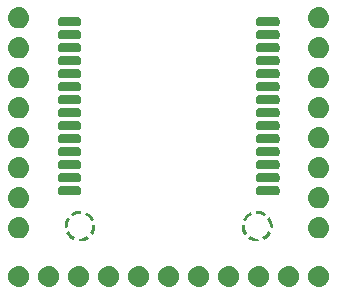
<source format=gtp>
G75*
%FSLAX44Y44*%
%MOMM*%

G36*
X-94000Y105100D2*
X-93764Y103932D1*
X-93121Y102979D1*
X-92168Y102336D1*
X-91000Y102100D1*
X-77000D1*
X-75832Y102336D1*
X-74879Y102979D1*
X-74236Y103932D1*
X-74000Y105100D1*
Y107100D1*
X-74236Y108268D1*
X-74879Y109221D1*
X-75832Y109864D1*
X-77000Y110100D1*
X-91000D1*
X-92168Y109864D1*
X-93121Y109221D1*
X-93764Y108268D1*
X-94000Y107100D1*
Y105100D1*
G37*

G36*
X-94000Y94100D2*
X-93764Y92932D1*
X-93121Y91979D1*
X-92168Y91336D1*
X-91000Y91100D1*
X-77000D1*
X-75832Y91336D1*
X-74879Y91979D1*
X-74236Y92932D1*
X-74000Y94100D1*
Y96100D1*
X-74236Y97268D1*
X-74879Y98221D1*
X-75832Y98864D1*
X-77000Y99100D1*
X-91000D1*
X-92168Y98864D1*
X-93121Y98221D1*
X-93764Y97268D1*
X-94000Y96100D1*
Y94100D1*
G37*

G36*
X-94000Y83100D2*
X-93764Y81932D1*
X-93121Y80979D1*
X-92168Y80336D1*
X-91000Y80100D1*
X-77000D1*
X-75832Y80336D1*
X-74879Y80979D1*
X-74236Y81932D1*
X-74000Y83100D1*
Y85100D1*
X-74236Y86268D1*
X-74879Y87221D1*
X-75832Y87864D1*
X-77000Y88100D1*
X-91000D1*
X-92168Y87864D1*
X-93121Y87221D1*
X-93764Y86268D1*
X-94000Y85100D1*
Y83100D1*
G37*

G36*
X-94000Y72100D2*
X-93764Y70932D1*
X-93121Y69979D1*
X-92168Y69336D1*
X-91000Y69100D1*
X-77000D1*
X-75832Y69336D1*
X-74879Y69979D1*
X-74236Y70932D1*
X-74000Y72100D1*
Y74100D1*
X-74236Y75268D1*
X-74879Y76221D1*
X-75832Y76864D1*
X-77000Y77100D1*
X-91000D1*
X-92168Y76864D1*
X-93121Y76221D1*
X-93764Y75268D1*
X-94000Y74100D1*
Y72100D1*
G37*

G36*
X-94000Y61100D2*
X-93764Y59932D1*
X-93121Y58979D1*
X-92168Y58336D1*
X-91000Y58100D1*
X-77000D1*
X-75832Y58336D1*
X-74879Y58979D1*
X-74236Y59932D1*
X-74000Y61100D1*
Y63100D1*
X-74236Y64268D1*
X-74879Y65221D1*
X-75832Y65864D1*
X-77000Y66100D1*
X-91000D1*
X-92168Y65864D1*
X-93121Y65221D1*
X-93764Y64268D1*
X-94000Y63100D1*
Y61100D1*
G37*

G36*
X-94000Y50100D2*
X-93764Y48932D1*
X-93121Y47979D1*
X-92168Y47336D1*
X-91000Y47100D1*
X-77000D1*
X-75832Y47336D1*
X-74879Y47979D1*
X-74236Y48932D1*
X-74000Y50100D1*
Y52100D1*
X-74236Y53268D1*
X-74879Y54221D1*
X-75832Y54864D1*
X-77000Y55100D1*
X-91000D1*
X-92168Y54864D1*
X-93121Y54221D1*
X-93764Y53268D1*
X-94000Y52100D1*
Y50100D1*
G37*

G36*
X-94000Y39100D2*
X-93764Y37932D1*
X-93121Y36979D1*
X-92168Y36336D1*
X-91000Y36100D1*
X-77000D1*
X-75832Y36336D1*
X-74879Y36979D1*
X-74236Y37932D1*
X-74000Y39100D1*
Y41100D1*
X-74236Y42268D1*
X-74879Y43221D1*
X-75832Y43864D1*
X-77000Y44100D1*
X-91000D1*
X-92168Y43864D1*
X-93121Y43221D1*
X-93764Y42268D1*
X-94000Y41100D1*
Y39100D1*
G37*

G36*
X-94000Y28100D2*
X-93764Y26932D1*
X-93121Y25979D1*
X-92168Y25336D1*
X-91000Y25100D1*
X-77000D1*
X-75832Y25336D1*
X-74879Y25979D1*
X-74236Y26932D1*
X-74000Y28100D1*
Y30100D1*
X-74236Y31268D1*
X-74879Y32221D1*
X-75832Y32864D1*
X-77000Y33100D1*
X-91000D1*
X-92168Y32864D1*
X-93121Y32221D1*
X-93764Y31268D1*
X-94000Y30100D1*
Y28100D1*
G37*

G36*
X-94000Y17100D2*
X-93764Y15932D1*
X-93121Y14979D1*
X-92168Y14336D1*
X-91000Y14100D1*
X-77000D1*
X-75832Y14336D1*
X-74879Y14979D1*
X-74236Y15932D1*
X-74000Y17100D1*
Y19100D1*
X-74236Y20268D1*
X-74879Y21221D1*
X-75832Y21864D1*
X-77000Y22100D1*
X-91000D1*
X-92168Y21864D1*
X-93121Y21221D1*
X-93764Y20268D1*
X-94000Y19100D1*
Y17100D1*
G37*

G36*
X-94000Y6100D2*
X-93764Y4932D1*
X-93121Y3979D1*
X-92168Y3336D1*
X-91000Y3100D1*
X-77000D1*
X-75832Y3336D1*
X-74879Y3979D1*
X-74236Y4932D1*
X-74000Y6100D1*
Y8100D1*
X-74236Y9268D1*
X-74879Y10221D1*
X-75832Y10864D1*
X-77000Y11100D1*
X-91000D1*
X-92168Y10864D1*
X-93121Y10221D1*
X-93764Y9268D1*
X-94000Y8100D1*
Y6100D1*
G37*

G36*
X-94000Y-4900D2*
X-93764Y-6068D1*
X-93121Y-7021D1*
X-92168Y-7664D1*
X-91000Y-7900D1*
X-77000D1*
X-75832Y-7664D1*
X-74879Y-7021D1*
X-74236Y-6068D1*
X-74000Y-4900D1*
Y-2900D1*
X-74236Y-1732D1*
X-74879Y-779D1*
X-75832Y-136D1*
X-77000Y100D1*
X-91000D1*
X-92168Y-136D1*
X-93121Y-779D1*
X-93764Y-1732D1*
X-94000Y-2900D1*
Y-4900D1*
G37*

G36*
X-94000Y-15900D2*
X-93764Y-17068D1*
X-93121Y-18021D1*
X-92168Y-18664D1*
X-91000Y-18900D1*
X-77000D1*
X-75832Y-18664D1*
X-74879Y-18021D1*
X-74236Y-17068D1*
X-74000Y-15900D1*
Y-13900D1*
X-74236Y-12732D1*
X-74879Y-11779D1*
X-75832Y-11136D1*
X-77000Y-10900D1*
X-91000D1*
X-92168Y-11136D1*
X-93121Y-11779D1*
X-93764Y-12732D1*
X-94000Y-13900D1*
Y-15900D1*
G37*

G36*
X-94000Y-26900D2*
X-93764Y-28068D1*
X-93121Y-29021D1*
X-92168Y-29664D1*
X-91000Y-29900D1*
X-77000D1*
X-75832Y-29664D1*
X-74879Y-29021D1*
X-74236Y-28068D1*
X-74000Y-26900D1*
Y-24900D1*
X-74236Y-23732D1*
X-74879Y-22779D1*
X-75832Y-22136D1*
X-77000Y-21900D1*
X-91000D1*
X-92168Y-22136D1*
X-93121Y-22779D1*
X-93764Y-23732D1*
X-94000Y-24900D1*
Y-26900D1*
G37*

G36*
X-94000Y-37900D2*
X-93764Y-39068D1*
X-93121Y-40021D1*
X-92168Y-40664D1*
X-91000Y-40900D1*
X-77000D1*
X-75832Y-40664D1*
X-74879Y-40021D1*
X-74236Y-39068D1*
X-74000Y-37900D1*
Y-35900D1*
X-74236Y-34732D1*
X-74879Y-33779D1*
X-75832Y-33136D1*
X-77000Y-32900D1*
X-91000D1*
X-92168Y-33136D1*
X-93121Y-33779D1*
X-93764Y-34732D1*
X-94000Y-35900D1*
Y-37900D1*
G37*

G36*
X94000Y-35900D2*
X93764Y-34732D1*
X93121Y-33779D1*
X92168Y-33136D1*
X91000Y-32900D1*
X77000D1*
X75832Y-33136D1*
X74879Y-33779D1*
X74236Y-34732D1*
X74000Y-35900D1*
Y-37900D1*
X74236Y-39068D1*
X74879Y-40021D1*
X75832Y-40664D1*
X77000Y-40900D1*
X91000D1*
X92168Y-40664D1*
X93121Y-40021D1*
X93764Y-39068D1*
X94000Y-37900D1*
Y-35900D1*
G37*

G36*
X94000Y-24900D2*
X93764Y-23732D1*
X93121Y-22779D1*
X92168Y-22136D1*
X91000Y-21900D1*
X77000D1*
X75832Y-22136D1*
X74879Y-22779D1*
X74236Y-23732D1*
X74000Y-24900D1*
Y-26900D1*
X74236Y-28068D1*
X74879Y-29021D1*
X75832Y-29664D1*
X77000Y-29900D1*
X91000D1*
X92168Y-29664D1*
X93121Y-29021D1*
X93764Y-28068D1*
X94000Y-26900D1*
Y-24900D1*
G37*

G36*
X94000Y-13900D2*
X93764Y-12732D1*
X93121Y-11779D1*
X92168Y-11136D1*
X91000Y-10900D1*
X77000D1*
X75832Y-11136D1*
X74879Y-11779D1*
X74236Y-12732D1*
X74000Y-13900D1*
Y-15900D1*
X74236Y-17068D1*
X74879Y-18021D1*
X75832Y-18664D1*
X77000Y-18900D1*
X91000D1*
X92168Y-18664D1*
X93121Y-18021D1*
X93764Y-17068D1*
X94000Y-15900D1*
Y-13900D1*
G37*

G36*
X94000Y-2900D2*
X93764Y-1732D1*
X93121Y-779D1*
X92168Y-136D1*
X91000Y100D1*
X77000D1*
X75832Y-136D1*
X74879Y-779D1*
X74236Y-1732D1*
X74000Y-2900D1*
Y-4900D1*
X74236Y-6068D1*
X74879Y-7021D1*
X75832Y-7664D1*
X77000Y-7900D1*
X91000D1*
X92168Y-7664D1*
X93121Y-7021D1*
X93764Y-6068D1*
X94000Y-4900D1*
Y-2900D1*
G37*

G36*
X94000Y8100D2*
X93764Y9268D1*
X93121Y10221D1*
X92168Y10864D1*
X91000Y11100D1*
X77000D1*
X75832Y10864D1*
X74879Y10221D1*
X74236Y9268D1*
X74000Y8100D1*
Y6100D1*
X74236Y4932D1*
X74879Y3979D1*
X75832Y3336D1*
X77000Y3100D1*
X91000D1*
X92168Y3336D1*
X93121Y3979D1*
X93764Y4932D1*
X94000Y6100D1*
Y8100D1*
G37*

G36*
X94000Y19100D2*
X93764Y20268D1*
X93121Y21221D1*
X92168Y21864D1*
X91000Y22100D1*
X77000D1*
X75832Y21864D1*
X74879Y21221D1*
X74236Y20268D1*
X74000Y19100D1*
Y17100D1*
X74236Y15932D1*
X74879Y14979D1*
X75832Y14336D1*
X77000Y14100D1*
X91000D1*
X92168Y14336D1*
X93121Y14979D1*
X93764Y15932D1*
X94000Y17100D1*
Y19100D1*
G37*

G36*
X94000Y30100D2*
X93764Y31268D1*
X93121Y32221D1*
X92168Y32864D1*
X91000Y33100D1*
X77000D1*
X75832Y32864D1*
X74879Y32221D1*
X74236Y31268D1*
X74000Y30100D1*
Y28100D1*
X74236Y26932D1*
X74879Y25979D1*
X75832Y25336D1*
X77000Y25100D1*
X91000D1*
X92168Y25336D1*
X93121Y25979D1*
X93764Y26932D1*
X94000Y28100D1*
Y30100D1*
G37*

G36*
X94000Y41100D2*
X93764Y42268D1*
X93121Y43221D1*
X92168Y43864D1*
X91000Y44100D1*
X77000D1*
X75832Y43864D1*
X74879Y43221D1*
X74236Y42268D1*
X74000Y41100D1*
Y39100D1*
X74236Y37932D1*
X74879Y36979D1*
X75832Y36336D1*
X77000Y36100D1*
X91000D1*
X92168Y36336D1*
X93121Y36979D1*
X93764Y37932D1*
X94000Y39100D1*
Y41100D1*
G37*

G36*
X94000Y52100D2*
X93764Y53268D1*
X93121Y54221D1*
X92168Y54864D1*
X91000Y55100D1*
X77000D1*
X75832Y54864D1*
X74879Y54221D1*
X74236Y53268D1*
X74000Y52100D1*
Y50100D1*
X74236Y48932D1*
X74879Y47979D1*
X75832Y47336D1*
X77000Y47100D1*
X91000D1*
X92168Y47336D1*
X93121Y47979D1*
X93764Y48932D1*
X94000Y50100D1*
Y52100D1*
G37*

G36*
X94000Y63100D2*
X93764Y64268D1*
X93121Y65221D1*
X92168Y65864D1*
X91000Y66100D1*
X77000D1*
X75832Y65864D1*
X74879Y65221D1*
X74236Y64268D1*
X74000Y63100D1*
Y61100D1*
X74236Y59932D1*
X74879Y58979D1*
X75832Y58336D1*
X77000Y58100D1*
X91000D1*
X92168Y58336D1*
X93121Y58979D1*
X93764Y59932D1*
X94000Y61100D1*
Y63100D1*
G37*

G36*
X94000Y74100D2*
X93764Y75268D1*
X93121Y76221D1*
X92168Y76864D1*
X91000Y77100D1*
X77000D1*
X75832Y76864D1*
X74879Y76221D1*
X74236Y75268D1*
X74000Y74100D1*
Y72100D1*
X74236Y70932D1*
X74879Y69979D1*
X75832Y69336D1*
X77000Y69100D1*
X91000D1*
X92168Y69336D1*
X93121Y69979D1*
X93764Y70932D1*
X94000Y72100D1*
Y74100D1*
G37*

G36*
X94000Y85100D2*
X93764Y86268D1*
X93121Y87221D1*
X92168Y87864D1*
X91000Y88100D1*
X77000D1*
X75832Y87864D1*
X74879Y87221D1*
X74236Y86268D1*
X74000Y85100D1*
Y83100D1*
X74236Y81932D1*
X74879Y80979D1*
X75832Y80336D1*
X77000Y80100D1*
X91000D1*
X92168Y80336D1*
X93121Y80979D1*
X93764Y81932D1*
X94000Y83100D1*
Y85100D1*
G37*

G36*
X94000Y96100D2*
X93764Y97268D1*
X93121Y98221D1*
X92168Y98864D1*
X91000Y99100D1*
X77000D1*
X75832Y98864D1*
X74879Y98221D1*
X74236Y97268D1*
X74000Y96100D1*
Y94100D1*
X74236Y92932D1*
X74879Y91979D1*
X75832Y91336D1*
X77000Y91100D1*
X91000D1*
X92168Y91336D1*
X93121Y91979D1*
X93764Y92932D1*
X94000Y94100D1*
Y96100D1*
G37*

G36*
X94000Y107100D2*
X93764Y108268D1*
X93121Y109221D1*
X92168Y109864D1*
X91000Y110100D1*
X77000D1*
X75832Y109864D1*
X74879Y109221D1*
X74236Y108268D1*
X74000Y107100D1*
Y105100D1*
X74236Y103932D1*
X74879Y102979D1*
X75832Y102336D1*
X77000Y102100D1*
X91000D1*
X92168Y102336D1*
X93121Y102979D1*
X93764Y103932D1*
X94000Y105100D1*
Y107100D1*
G37*

G36*
X-127000Y100400D2*
X-125186Y100583D1*
X-123497Y101107D1*
X-121968Y101937D1*
X-120636Y103036D1*
X-119537Y104368D1*
X-118707Y105897D1*
X-118183Y107586D1*
X-118000Y109400D1*
X-118183Y111214D1*
X-118707Y112903D1*
X-119537Y114432D1*
X-120636Y115764D1*
X-121968Y116863D1*
X-123497Y117693D1*
X-125186Y118217D1*
X-127000Y118400D1*
X-128814Y118217D1*
X-130503Y117693D1*
X-132032Y116863D1*
X-133364Y115764D1*
X-134463Y114432D1*
X-135293Y112903D1*
X-135817Y111214D1*
X-136000Y109400D1*
X-135817Y107586D1*
X-135293Y105897D1*
X-134463Y104368D1*
X-133364Y103036D1*
X-132032Y101937D1*
X-130503Y101107D1*
X-128814Y100583D1*
X-127000Y100400D1*
G37*

G36*
X-127000Y75000D2*
X-125186Y75183D1*
X-123497Y75707D1*
X-121968Y76537D1*
X-120636Y77636D1*
X-119537Y78968D1*
X-118707Y80497D1*
X-118183Y82186D1*
X-118000Y84000D1*
X-118183Y85814D1*
X-118707Y87503D1*
X-119537Y89032D1*
X-120636Y90364D1*
X-121968Y91463D1*
X-123497Y92293D1*
X-125186Y92817D1*
X-127000Y93000D1*
X-128814Y92817D1*
X-130503Y92293D1*
X-132032Y91463D1*
X-133364Y90364D1*
X-134463Y89032D1*
X-135293Y87503D1*
X-135817Y85814D1*
X-136000Y84000D1*
X-135817Y82186D1*
X-135293Y80497D1*
X-134463Y78968D1*
X-133364Y77636D1*
X-132032Y76537D1*
X-130503Y75707D1*
X-128814Y75183D1*
X-127000Y75000D1*
G37*

G36*
X-127000Y49600D2*
X-125186Y49783D1*
X-123497Y50307D1*
X-121968Y51137D1*
X-120636Y52236D1*
X-119537Y53568D1*
X-118707Y55097D1*
X-118183Y56786D1*
X-118000Y58600D1*
X-118183Y60414D1*
X-118707Y62103D1*
X-119537Y63632D1*
X-120636Y64964D1*
X-121968Y66063D1*
X-123497Y66893D1*
X-125186Y67417D1*
X-127000Y67600D1*
X-128814Y67417D1*
X-130503Y66893D1*
X-132032Y66063D1*
X-133364Y64964D1*
X-134463Y63632D1*
X-135293Y62103D1*
X-135817Y60414D1*
X-136000Y58600D1*
X-135817Y56786D1*
X-135293Y55097D1*
X-134463Y53568D1*
X-133364Y52236D1*
X-132032Y51137D1*
X-130503Y50307D1*
X-128814Y49783D1*
X-127000Y49600D1*
G37*

G36*
X-127000Y24200D2*
X-125186Y24383D1*
X-123497Y24907D1*
X-121968Y25737D1*
X-120636Y26836D1*
X-119537Y28168D1*
X-118707Y29697D1*
X-118183Y31386D1*
X-118000Y33200D1*
X-118183Y35014D1*
X-118707Y36703D1*
X-119537Y38232D1*
X-120636Y39564D1*
X-121968Y40663D1*
X-123497Y41493D1*
X-125186Y42017D1*
X-127000Y42200D1*
X-128814Y42017D1*
X-130503Y41493D1*
X-132032Y40663D1*
X-133364Y39564D1*
X-134463Y38232D1*
X-135293Y36703D1*
X-135817Y35014D1*
X-136000Y33200D1*
X-135817Y31386D1*
X-135293Y29697D1*
X-134463Y28168D1*
X-133364Y26836D1*
X-132032Y25737D1*
X-130503Y24907D1*
X-128814Y24383D1*
X-127000Y24200D1*
G37*

G36*
X-127000Y-1200D2*
X-125186Y-1017D1*
X-123497Y-493D1*
X-121968Y337D1*
X-120636Y1436D1*
X-119537Y2768D1*
X-118707Y4297D1*
X-118183Y5986D1*
X-118000Y7800D1*
X-118183Y9614D1*
X-118707Y11303D1*
X-119537Y12832D1*
X-120636Y14164D1*
X-121968Y15263D1*
X-123497Y16093D1*
X-125186Y16617D1*
X-127000Y16800D1*
X-128814Y16617D1*
X-130503Y16093D1*
X-132032Y15263D1*
X-133364Y14164D1*
X-134463Y12832D1*
X-135293Y11303D1*
X-135817Y9614D1*
X-136000Y7800D1*
X-135817Y5986D1*
X-135293Y4297D1*
X-134463Y2768D1*
X-133364Y1436D1*
X-132032Y337D1*
X-130503Y-493D1*
X-128814Y-1017D1*
X-127000Y-1200D1*
G37*

G36*
X-127000Y-26600D2*
X-125186Y-26417D1*
X-123497Y-25893D1*
X-121968Y-25063D1*
X-120636Y-23964D1*
X-119537Y-22632D1*
X-118707Y-21103D1*
X-118183Y-19414D1*
X-118000Y-17600D1*
X-118183Y-15786D1*
X-118707Y-14097D1*
X-119537Y-12568D1*
X-120636Y-11236D1*
X-121968Y-10137D1*
X-123497Y-9307D1*
X-125186Y-8783D1*
X-127000Y-8600D1*
X-128814Y-8783D1*
X-130503Y-9307D1*
X-132032Y-10137D1*
X-133364Y-11236D1*
X-134463Y-12568D1*
X-135293Y-14097D1*
X-135817Y-15786D1*
X-136000Y-17600D1*
X-135817Y-19414D1*
X-135293Y-21103D1*
X-134463Y-22632D1*
X-133364Y-23964D1*
X-132032Y-25063D1*
X-130503Y-25893D1*
X-128814Y-26417D1*
X-127000Y-26600D1*
G37*

G36*
X-127000Y-52000D2*
X-125186Y-51817D1*
X-123497Y-51293D1*
X-121968Y-50463D1*
X-120636Y-49364D1*
X-119537Y-48032D1*
X-118707Y-46503D1*
X-118183Y-44814D1*
X-118000Y-43000D1*
X-118183Y-41186D1*
X-118707Y-39497D1*
X-119537Y-37968D1*
X-120636Y-36636D1*
X-121968Y-35537D1*
X-123497Y-34707D1*
X-125186Y-34183D1*
X-127000Y-34000D1*
X-128814Y-34183D1*
X-130503Y-34707D1*
X-132032Y-35537D1*
X-133364Y-36636D1*
X-134463Y-37968D1*
X-135293Y-39497D1*
X-135817Y-41186D1*
X-136000Y-43000D1*
X-135817Y-44814D1*
X-135293Y-46503D1*
X-134463Y-48032D1*
X-133364Y-49364D1*
X-132032Y-50463D1*
X-130503Y-51293D1*
X-128814Y-51817D1*
X-127000Y-52000D1*
G37*

G36*
X-127000Y-77400D2*
X-125186Y-77217D1*
X-123497Y-76693D1*
X-121968Y-75863D1*
X-120636Y-74764D1*
X-119537Y-73432D1*
X-118707Y-71903D1*
X-118183Y-70214D1*
X-118000Y-68400D1*
X-118183Y-66586D1*
X-118707Y-64897D1*
X-119537Y-63368D1*
X-120636Y-62036D1*
X-121968Y-60937D1*
X-123497Y-60107D1*
X-125186Y-59583D1*
X-127000Y-59400D1*
X-128814Y-59583D1*
X-130503Y-60107D1*
X-132032Y-60937D1*
X-133364Y-62036D1*
X-134463Y-63368D1*
X-135293Y-64897D1*
X-135817Y-66586D1*
X-136000Y-68400D1*
X-135817Y-70214D1*
X-135293Y-71903D1*
X-134463Y-73432D1*
X-133364Y-74764D1*
X-132032Y-75863D1*
X-130503Y-76693D1*
X-128814Y-77217D1*
X-127000Y-77400D1*
G37*

G36*
X-118000Y-109500D2*
X-118183Y-107686D1*
X-118707Y-105997D1*
X-119537Y-104468D1*
X-120636Y-103136D1*
X-121968Y-102037D1*
X-123497Y-101207D1*
X-125186Y-100683D1*
X-127000Y-100500D1*
X-128814Y-100683D1*
X-130503Y-101207D1*
X-132032Y-102037D1*
X-133364Y-103136D1*
X-134463Y-104468D1*
X-135293Y-105997D1*
X-135817Y-107686D1*
X-136000Y-109500D1*
X-135817Y-111314D1*
X-135293Y-113003D1*
X-134463Y-114532D1*
X-133364Y-115864D1*
X-132032Y-116963D1*
X-130503Y-117793D1*
X-128814Y-118317D1*
X-127000Y-118500D1*
X-125186Y-118317D1*
X-123497Y-117793D1*
X-121968Y-116963D1*
X-120636Y-115864D1*
X-119537Y-114532D1*
X-118707Y-113003D1*
X-118183Y-111314D1*
X-118000Y-109500D1*
G37*

G36*
X-92600Y-109500D2*
X-92783Y-107686D1*
X-93307Y-105997D1*
X-94137Y-104468D1*
X-95236Y-103136D1*
X-96568Y-102037D1*
X-98097Y-101207D1*
X-99786Y-100683D1*
X-101600Y-100500D1*
X-103414Y-100683D1*
X-105103Y-101207D1*
X-106632Y-102037D1*
X-107964Y-103136D1*
X-109063Y-104468D1*
X-109893Y-105997D1*
X-110417Y-107686D1*
X-110600Y-109500D1*
X-110417Y-111314D1*
X-109893Y-113003D1*
X-109063Y-114532D1*
X-107964Y-115864D1*
X-106632Y-116963D1*
X-105103Y-117793D1*
X-103414Y-118317D1*
X-101600Y-118500D1*
X-99786Y-118317D1*
X-98097Y-117793D1*
X-96568Y-116963D1*
X-95236Y-115864D1*
X-94137Y-114532D1*
X-93307Y-113003D1*
X-92783Y-111314D1*
X-92600Y-109500D1*
G37*

G36*
X-67200Y-109500D2*
X-67383Y-107686D1*
X-67907Y-105997D1*
X-68737Y-104468D1*
X-69836Y-103136D1*
X-71168Y-102037D1*
X-72697Y-101207D1*
X-74386Y-100683D1*
X-76200Y-100500D1*
X-78014Y-100683D1*
X-79703Y-101207D1*
X-81232Y-102037D1*
X-82564Y-103136D1*
X-83663Y-104468D1*
X-84493Y-105997D1*
X-85017Y-107686D1*
X-85200Y-109500D1*
X-85017Y-111314D1*
X-84493Y-113003D1*
X-83663Y-114532D1*
X-82564Y-115864D1*
X-81232Y-116963D1*
X-79703Y-117793D1*
X-78014Y-118317D1*
X-76200Y-118500D1*
X-74386Y-118317D1*
X-72697Y-117793D1*
X-71168Y-116963D1*
X-69836Y-115864D1*
X-68737Y-114532D1*
X-67907Y-113003D1*
X-67383Y-111314D1*
X-67200Y-109500D1*
G37*

G36*
X-41800Y-109500D2*
X-41983Y-107686D1*
X-42507Y-105997D1*
X-43337Y-104468D1*
X-44436Y-103136D1*
X-45768Y-102037D1*
X-47297Y-101207D1*
X-48986Y-100683D1*
X-50800Y-100500D1*
X-52614Y-100683D1*
X-54303Y-101207D1*
X-55832Y-102037D1*
X-57164Y-103136D1*
X-58263Y-104468D1*
X-59093Y-105997D1*
X-59617Y-107686D1*
X-59800Y-109500D1*
X-59617Y-111314D1*
X-59093Y-113003D1*
X-58263Y-114532D1*
X-57164Y-115864D1*
X-55832Y-116963D1*
X-54303Y-117793D1*
X-52614Y-118317D1*
X-50800Y-118500D1*
X-48986Y-118317D1*
X-47297Y-117793D1*
X-45768Y-116963D1*
X-44436Y-115864D1*
X-43337Y-114532D1*
X-42507Y-113003D1*
X-41983Y-111314D1*
X-41800Y-109500D1*
G37*

G36*
X-16400Y-109500D2*
X-16583Y-107686D1*
X-17107Y-105997D1*
X-17937Y-104468D1*
X-19036Y-103136D1*
X-20368Y-102037D1*
X-21897Y-101207D1*
X-23586Y-100683D1*
X-25400Y-100500D1*
X-27214Y-100683D1*
X-28903Y-101207D1*
X-30432Y-102037D1*
X-31764Y-103136D1*
X-32863Y-104468D1*
X-33693Y-105997D1*
X-34217Y-107686D1*
X-34400Y-109500D1*
X-34217Y-111314D1*
X-33693Y-113003D1*
X-32863Y-114532D1*
X-31764Y-115864D1*
X-30432Y-116963D1*
X-28903Y-117793D1*
X-27214Y-118317D1*
X-25400Y-118500D1*
X-23586Y-118317D1*
X-21897Y-117793D1*
X-20368Y-116963D1*
X-19036Y-115864D1*
X-17937Y-114532D1*
X-17107Y-113003D1*
X-16583Y-111314D1*
X-16400Y-109500D1*
G37*

G36*
X9000Y-109500D2*
X8817Y-107686D1*
X8293Y-105997D1*
X7463Y-104468D1*
X6364Y-103136D1*
X5032Y-102037D1*
X3503Y-101207D1*
X1814Y-100683D1*
X0Y-100500D1*
X-1814Y-100683D1*
X-3503Y-101207D1*
X-5032Y-102037D1*
X-6364Y-103136D1*
X-7463Y-104468D1*
X-8293Y-105997D1*
X-8817Y-107686D1*
X-9000Y-109500D1*
X-8817Y-111314D1*
X-8293Y-113003D1*
X-7463Y-114532D1*
X-6364Y-115864D1*
X-5032Y-116963D1*
X-3503Y-117793D1*
X-1814Y-118317D1*
X0Y-118500D1*
X1814Y-118317D1*
X3503Y-117793D1*
X5032Y-116963D1*
X6364Y-115864D1*
X7463Y-114532D1*
X8293Y-113003D1*
X8817Y-111314D1*
X9000Y-109500D1*
G37*

G36*
X34400Y-109500D2*
X34217Y-107686D1*
X33693Y-105997D1*
X32863Y-104468D1*
X31764Y-103136D1*
X30432Y-102037D1*
X28903Y-101207D1*
X27214Y-100683D1*
X25400Y-100500D1*
X23586Y-100683D1*
X21897Y-101207D1*
X20368Y-102037D1*
X19036Y-103136D1*
X17937Y-104468D1*
X17107Y-105997D1*
X16583Y-107686D1*
X16400Y-109500D1*
X16583Y-111314D1*
X17107Y-113003D1*
X17937Y-114532D1*
X19036Y-115864D1*
X20368Y-116963D1*
X21897Y-117793D1*
X23586Y-118317D1*
X25400Y-118500D1*
X27214Y-118317D1*
X28903Y-117793D1*
X30432Y-116963D1*
X31764Y-115864D1*
X32863Y-114532D1*
X33693Y-113003D1*
X34217Y-111314D1*
X34400Y-109500D1*
G37*

G36*
X59800Y-109500D2*
X59617Y-107686D1*
X59093Y-105997D1*
X58263Y-104468D1*
X57164Y-103136D1*
X55832Y-102037D1*
X54303Y-101207D1*
X52614Y-100683D1*
X50800Y-100500D1*
X48986Y-100683D1*
X47297Y-101207D1*
X45768Y-102037D1*
X44436Y-103136D1*
X43337Y-104468D1*
X42507Y-105997D1*
X41983Y-107686D1*
X41800Y-109500D1*
X41983Y-111314D1*
X42507Y-113003D1*
X43337Y-114532D1*
X44436Y-115864D1*
X45768Y-116963D1*
X47297Y-117793D1*
X48986Y-118317D1*
X50800Y-118500D1*
X52614Y-118317D1*
X54303Y-117793D1*
X55832Y-116963D1*
X57164Y-115864D1*
X58263Y-114532D1*
X59093Y-113003D1*
X59617Y-111314D1*
X59800Y-109500D1*
G37*

G36*
X85200Y-109500D2*
X85017Y-107686D1*
X84493Y-105997D1*
X83663Y-104468D1*
X82564Y-103136D1*
X81232Y-102037D1*
X79703Y-101207D1*
X78014Y-100683D1*
X76200Y-100500D1*
X74386Y-100683D1*
X72697Y-101207D1*
X71168Y-102037D1*
X69836Y-103136D1*
X68737Y-104468D1*
X67907Y-105997D1*
X67383Y-107686D1*
X67200Y-109500D1*
X67383Y-111314D1*
X67907Y-113003D1*
X68737Y-114532D1*
X69836Y-115864D1*
X71168Y-116963D1*
X72697Y-117793D1*
X74386Y-118317D1*
X76200Y-118500D1*
X78014Y-118317D1*
X79703Y-117793D1*
X81232Y-116963D1*
X82564Y-115864D1*
X83663Y-114532D1*
X84493Y-113003D1*
X85017Y-111314D1*
X85200Y-109500D1*
G37*

G36*
X110600Y-109500D2*
X110417Y-107686D1*
X109893Y-105997D1*
X109063Y-104468D1*
X107964Y-103136D1*
X106632Y-102037D1*
X105103Y-101207D1*
X103414Y-100683D1*
X101600Y-100500D1*
X99786Y-100683D1*
X98097Y-101207D1*
X96568Y-102037D1*
X95236Y-103136D1*
X94137Y-104468D1*
X93307Y-105997D1*
X92783Y-107686D1*
X92600Y-109500D1*
X92783Y-111314D1*
X93307Y-113003D1*
X94137Y-114532D1*
X95236Y-115864D1*
X96568Y-116963D1*
X98097Y-117793D1*
X99786Y-118317D1*
X101600Y-118500D1*
X103414Y-118317D1*
X105103Y-117793D1*
X106632Y-116963D1*
X107964Y-115864D1*
X109063Y-114532D1*
X109893Y-113003D1*
X110417Y-111314D1*
X110600Y-109500D1*
G37*

G36*
X136000Y-109500D2*
X135817Y-107686D1*
X135293Y-105997D1*
X134463Y-104468D1*
X133364Y-103136D1*
X132032Y-102037D1*
X130503Y-101207D1*
X128814Y-100683D1*
X127000Y-100500D1*
X125186Y-100683D1*
X123497Y-101207D1*
X121968Y-102037D1*
X120636Y-103136D1*
X119537Y-104468D1*
X118707Y-105997D1*
X118183Y-107686D1*
X118000Y-109500D1*
X118183Y-111314D1*
X118707Y-113003D1*
X119537Y-114532D1*
X120636Y-115864D1*
X121968Y-116963D1*
X123497Y-117793D1*
X125186Y-118317D1*
X127000Y-118500D1*
X128814Y-118317D1*
X130503Y-117793D1*
X132032Y-116963D1*
X133364Y-115864D1*
X134463Y-114532D1*
X135293Y-113003D1*
X135817Y-111314D1*
X136000Y-109500D1*
G37*

G36*
X127000Y-59400D2*
X125186Y-59583D1*
X123497Y-60107D1*
X121968Y-60937D1*
X120636Y-62036D1*
X119537Y-63368D1*
X118707Y-64897D1*
X118183Y-66586D1*
X118000Y-68400D1*
X118183Y-70214D1*
X118707Y-71903D1*
X119537Y-73432D1*
X120636Y-74764D1*
X121968Y-75863D1*
X123497Y-76693D1*
X125186Y-77217D1*
X127000Y-77400D1*
X128814Y-77217D1*
X130503Y-76693D1*
X132032Y-75863D1*
X133364Y-74764D1*
X134463Y-73432D1*
X135293Y-71903D1*
X135817Y-70214D1*
X136000Y-68400D1*
X135817Y-66586D1*
X135293Y-64897D1*
X134463Y-63368D1*
X133364Y-62036D1*
X132032Y-60937D1*
X130503Y-60107D1*
X128814Y-59583D1*
X127000Y-59400D1*
G37*

G36*
X127000Y-34000D2*
X125186Y-34183D1*
X123497Y-34707D1*
X121968Y-35537D1*
X120636Y-36636D1*
X119537Y-37968D1*
X118707Y-39497D1*
X118183Y-41186D1*
X118000Y-43000D1*
X118183Y-44814D1*
X118707Y-46503D1*
X119537Y-48032D1*
X120636Y-49364D1*
X121968Y-50463D1*
X123497Y-51293D1*
X125186Y-51817D1*
X127000Y-52000D1*
X128814Y-51817D1*
X130503Y-51293D1*
X132032Y-50463D1*
X133364Y-49364D1*
X134463Y-48032D1*
X135293Y-46503D1*
X135817Y-44814D1*
X136000Y-43000D1*
X135817Y-41186D1*
X135293Y-39497D1*
X134463Y-37968D1*
X133364Y-36636D1*
X132032Y-35537D1*
X130503Y-34707D1*
X128814Y-34183D1*
X127000Y-34000D1*
G37*

G36*
X127000Y-8600D2*
X125186Y-8783D1*
X123497Y-9307D1*
X121968Y-10137D1*
X120636Y-11236D1*
X119537Y-12568D1*
X118707Y-14097D1*
X118183Y-15786D1*
X118000Y-17600D1*
X118183Y-19414D1*
X118707Y-21103D1*
X119537Y-22632D1*
X120636Y-23964D1*
X121968Y-25063D1*
X123497Y-25893D1*
X125186Y-26417D1*
X127000Y-26600D1*
X128814Y-26417D1*
X130503Y-25893D1*
X132032Y-25063D1*
X133364Y-23964D1*
X134463Y-22632D1*
X135293Y-21103D1*
X135817Y-19414D1*
X136000Y-17600D1*
X135817Y-15786D1*
X135293Y-14097D1*
X134463Y-12568D1*
X133364Y-11236D1*
X132032Y-10137D1*
X130503Y-9307D1*
X128814Y-8783D1*
X127000Y-8600D1*
G37*

G36*
X127000Y16800D2*
X125186Y16617D1*
X123497Y16093D1*
X121968Y15263D1*
X120636Y14164D1*
X119537Y12832D1*
X118707Y11303D1*
X118183Y9614D1*
X118000Y7800D1*
X118183Y5986D1*
X118707Y4297D1*
X119537Y2768D1*
X120636Y1436D1*
X121968Y337D1*
X123497Y-493D1*
X125186Y-1017D1*
X127000Y-1200D1*
X128814Y-1017D1*
X130503Y-493D1*
X132032Y337D1*
X133364Y1436D1*
X134463Y2768D1*
X135293Y4297D1*
X135817Y5986D1*
X136000Y7800D1*
X135817Y9614D1*
X135293Y11303D1*
X134463Y12832D1*
X133364Y14164D1*
X132032Y15263D1*
X130503Y16093D1*
X128814Y16617D1*
X127000Y16800D1*
G37*

G36*
X127000Y42200D2*
X125186Y42017D1*
X123497Y41493D1*
X121968Y40663D1*
X120636Y39564D1*
X119537Y38232D1*
X118707Y36703D1*
X118183Y35014D1*
X118000Y33200D1*
X118183Y31386D1*
X118707Y29697D1*
X119537Y28168D1*
X120636Y26836D1*
X121968Y25737D1*
X123497Y24907D1*
X125186Y24383D1*
X127000Y24200D1*
X128814Y24383D1*
X130503Y24907D1*
X132032Y25737D1*
X133364Y26836D1*
X134463Y28168D1*
X135293Y29697D1*
X135817Y31386D1*
X136000Y33200D1*
X135817Y35014D1*
X135293Y36703D1*
X134463Y38232D1*
X133364Y39564D1*
X132032Y40663D1*
X130503Y41493D1*
X128814Y42017D1*
X127000Y42200D1*
G37*

G36*
X127000Y67600D2*
X125186Y67417D1*
X123497Y66893D1*
X121968Y66063D1*
X120636Y64964D1*
X119537Y63632D1*
X118707Y62103D1*
X118183Y60414D1*
X118000Y58600D1*
X118183Y56786D1*
X118707Y55097D1*
X119537Y53568D1*
X120636Y52236D1*
X121968Y51137D1*
X123497Y50307D1*
X125186Y49783D1*
X127000Y49600D1*
X128814Y49783D1*
X130503Y50307D1*
X132032Y51137D1*
X133364Y52236D1*
X134463Y53568D1*
X135293Y55097D1*
X135817Y56786D1*
X136000Y58600D1*
X135817Y60414D1*
X135293Y62103D1*
X134463Y63632D1*
X133364Y64964D1*
X132032Y66063D1*
X130503Y66893D1*
X128814Y67417D1*
X127000Y67600D1*
G37*

G36*
X127000Y93000D2*
X125186Y92817D1*
X123497Y92293D1*
X121968Y91463D1*
X120636Y90364D1*
X119537Y89032D1*
X118707Y87503D1*
X118183Y85814D1*
X118000Y84000D1*
X118183Y82186D1*
X118707Y80497D1*
X119537Y78968D1*
X120636Y77636D1*
X121968Y76537D1*
X123497Y75707D1*
X125186Y75183D1*
X127000Y75000D1*
X128814Y75183D1*
X130503Y75707D1*
X132032Y76537D1*
X133364Y77636D1*
X134463Y78968D1*
X135293Y80497D1*
X135817Y82186D1*
X136000Y84000D1*
X135817Y85814D1*
X135293Y87503D1*
X134463Y89032D1*
X133364Y90364D1*
X132032Y91463D1*
X130503Y92293D1*
X128814Y92817D1*
X127000Y93000D1*
G37*

G36*
X127000Y118400D2*
X125186Y118217D1*
X123497Y117693D1*
X121968Y116863D1*
X120636Y115764D1*
X119537Y114432D1*
X118707Y112903D1*
X118183Y111214D1*
X118000Y109400D1*
X118183Y107586D1*
X118707Y105897D1*
X119537Y104368D1*
X120636Y103036D1*
X121968Y101937D1*
X123497Y101107D1*
X125186Y100583D1*
X127000Y100400D1*
X128814Y100583D1*
X130503Y101107D1*
X132032Y101937D1*
X133364Y103036D1*
X134463Y104368D1*
X135293Y105897D1*
X135817Y107586D1*
X136000Y109400D1*
X135817Y111214D1*
X135293Y112903D1*
X134463Y114432D1*
X133364Y115764D1*
X132032Y116863D1*
X130503Y117693D1*
X128814Y118217D1*
X127000Y118400D1*
G37*

G36*
X-65484Y-62563D2*
X-63218Y-61506D1*
X-64356Y-59537D1*
X-65808Y-57808D1*
X-67537Y-56356D1*
X-69506Y-55218D1*
X-70563Y-57484D1*
X-68972Y-58403D1*
X-67575Y-59575D1*
X-66403Y-60972D1*
X-65484Y-62563D1*
G37*

G36*
X-74085Y-56540D2*
X-73867Y-54049D1*
X-76142Y-54050D1*
X-78365Y-54443D1*
X-80486Y-55214D1*
X-82456Y-56351D1*
X-81023Y-58399D1*
X-79431Y-57481D1*
X-77718Y-56858D1*
X-75922Y-56541D1*
X-74085Y-56540D1*
G37*

G36*
X-83601Y-60977D2*
X-85649Y-59544D1*
X-86786Y-61514D1*
X-87557Y-63635D1*
X-87950Y-65858D1*
X-87951Y-68133D1*
X-85460Y-67915D1*
X-85459Y-66078D1*
X-85142Y-64282D1*
X-84519Y-62569D1*
X-83601Y-60977D1*
G37*

G36*
X-84516Y-71437D2*
X-86782Y-72494D1*
X-85644Y-74463D1*
X-84192Y-76192D1*
X-82463Y-77644D1*
X-80494Y-78782D1*
X-79437Y-76516D1*
X-81028Y-75597D1*
X-82425Y-74425D1*
X-83597Y-73028D1*
X-84516Y-71437D1*
G37*

G36*
X-75915Y-77460D2*
X-76133Y-79951D1*
X-73858Y-79950D1*
X-71635Y-79557D1*
X-69514Y-78786D1*
X-67544Y-77649D1*
X-68977Y-75601D1*
X-70569Y-76519D1*
X-72282Y-77142D1*
X-74078Y-77459D1*
X-75915Y-77460D1*
G37*

G36*
X-66399Y-73023D2*
X-64351Y-74456D1*
X-63214Y-72486D1*
X-62443Y-70365D1*
X-62050Y-68142D1*
X-62049Y-65867D1*
X-64540Y-66085D1*
X-64541Y-67922D1*
X-64858Y-69718D1*
X-65481Y-71431D1*
X-66399Y-73023D1*
G37*

G36*
X79437Y-76516D2*
X80494Y-78782D1*
X82463Y-77644D1*
X84192Y-76192D1*
X85644Y-74463D1*
X86782Y-72494D1*
X84516Y-71437D1*
X83597Y-73028D1*
X82425Y-74425D1*
X81028Y-75597D1*
X79437Y-76516D1*
G37*

G36*
X85460Y-67915D2*
X87951Y-68133D1*
X87950Y-65858D1*
X87557Y-63635D1*
X86786Y-61514D1*
X85649Y-59544D1*
X83601Y-60977D1*
X84519Y-62569D1*
X85142Y-64282D1*
X85459Y-66078D1*
X85460Y-67915D1*
G37*

G36*
X81023Y-58399D2*
X82456Y-56351D1*
X80486Y-55214D1*
X78365Y-54443D1*
X76142Y-54050D1*
X73867Y-54049D1*
X74085Y-56540D1*
X75922Y-56541D1*
X77718Y-56858D1*
X79431Y-57481D1*
X81023Y-58399D1*
G37*

G36*
X70563Y-57484D2*
X69506Y-55218D1*
X67537Y-56356D1*
X65808Y-57808D1*
X64356Y-59537D1*
X63218Y-61506D1*
X65484Y-62563D1*
X66403Y-60972D1*
X67575Y-59575D1*
X68972Y-58403D1*
X70563Y-57484D1*
G37*

G36*
X64540Y-66085D2*
X62049Y-65867D1*
X62050Y-68142D1*
X62443Y-70365D1*
X63214Y-72486D1*
X64351Y-74456D1*
X66399Y-73023D1*
X65481Y-71431D1*
X64858Y-69718D1*
X64541Y-67922D1*
X64540Y-66085D1*
G37*

G36*
X68977Y-75601D2*
X67544Y-77649D1*
X69514Y-78786D1*
X71635Y-79557D1*
X73858Y-79950D1*
X76133Y-79951D1*
X75915Y-77460D1*
X74078Y-77459D1*
X72282Y-77142D1*
X70569Y-76519D1*
X68977Y-75601D1*
G37*

M02*

</source>
